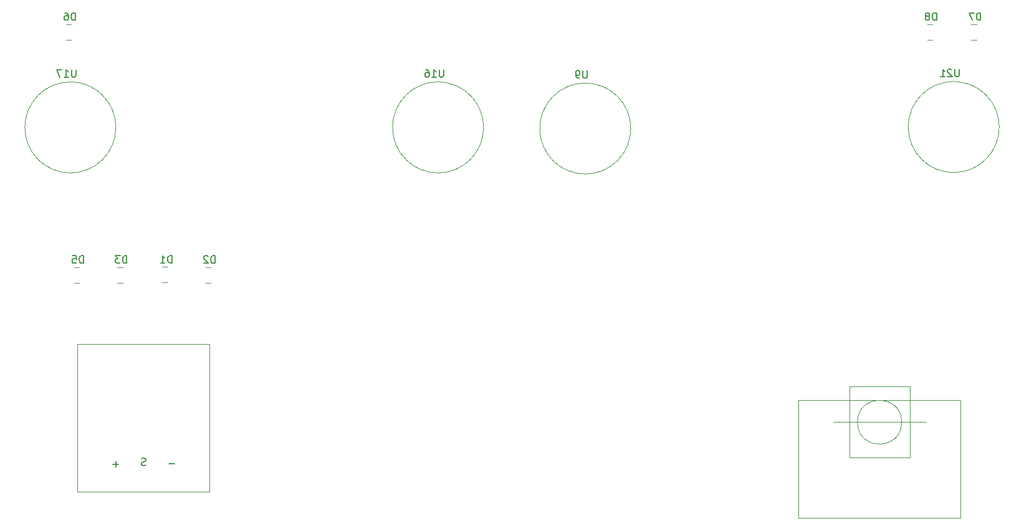
<source format=gbr>
G04 #@! TF.GenerationSoftware,KiCad,Pcbnew,5.1.5-52549c5~84~ubuntu19.04.1*
G04 #@! TF.CreationDate,2020-01-25T14:44:11+01:00*
G04 #@! TF.ProjectId,upuaut_2Nils,75707561-7574-45f3-924e-696c732e6b69,rev?*
G04 #@! TF.SameCoordinates,Original*
G04 #@! TF.FileFunction,Legend,Bot*
G04 #@! TF.FilePolarity,Positive*
%FSLAX46Y46*%
G04 Gerber Fmt 4.6, Leading zero omitted, Abs format (unit mm)*
G04 Created by KiCad (PCBNEW 5.1.5-52549c5~84~ubuntu19.04.1) date 2020-01-25 14:44:11*
%MOMM*%
%LPD*%
G04 APERTURE LIST*
%ADD10C,0.120000*%
%ADD11C,0.150000*%
G04 APERTURE END LIST*
D10*
X200275000Y-123575000D02*
X200275000Y-113925000D01*
X192075000Y-123575000D02*
X200275000Y-123575000D01*
X192075000Y-113925000D02*
X192075000Y-123575000D01*
X200275000Y-113925000D02*
X192075000Y-113925000D01*
X199175000Y-118775000D02*
G75*
G03X199175000Y-118775000I-3000000J0D01*
G01*
X202475000Y-118775000D02*
X189875000Y-118775000D01*
X185175000Y-115775000D02*
X207175000Y-115775000D01*
X185175000Y-131775000D02*
X185175000Y-115775000D01*
X207175000Y-131775000D02*
X185175000Y-131775000D01*
X207175000Y-115775000D02*
X207175000Y-131775000D01*
X87175000Y-108125000D02*
X105175000Y-108125000D01*
X105175000Y-108125000D02*
X105175000Y-128181000D01*
X87175000Y-108125000D02*
X87175000Y-128181000D01*
X87175000Y-128181000D02*
X105175000Y-128181000D01*
X105345000Y-99835000D02*
X104614000Y-99835000D01*
X105345000Y-97715000D02*
X104614000Y-97715000D01*
X99470000Y-97690000D02*
X98739000Y-97690000D01*
X99470000Y-99810000D02*
X98739000Y-99810000D01*
X93370000Y-99835000D02*
X92639000Y-99835000D01*
X93370000Y-97715000D02*
X92639000Y-97715000D01*
X87470000Y-97715000D02*
X86739000Y-97715000D01*
X87470000Y-99835000D02*
X86739000Y-99835000D01*
X86370000Y-66835000D02*
X85639000Y-66835000D01*
X86370000Y-64715000D02*
X85639000Y-64715000D01*
X209360000Y-64715000D02*
X208629000Y-64715000D01*
X209360000Y-66835000D02*
X208629000Y-66835000D01*
X203370000Y-66835000D02*
X202639000Y-66835000D01*
X203370000Y-64715000D02*
X202639000Y-64715000D01*
X162385467Y-78875000D02*
G75*
G03X162385467Y-78875000I-6185467J0D01*
G01*
X142385467Y-78725000D02*
G75*
G03X142385467Y-78725000I-6185467J0D01*
G01*
X92435467Y-78725000D02*
G75*
G03X92435467Y-78725000I-6185467J0D01*
G01*
X212435467Y-78675000D02*
G75*
G03X212435467Y-78675000I-6185467J0D01*
G01*
D11*
X100395952Y-124442428D02*
X99634047Y-124442428D01*
X96470714Y-124615761D02*
X96327857Y-124663380D01*
X96089761Y-124663380D01*
X95994523Y-124615761D01*
X95946904Y-124568142D01*
X95899285Y-124472904D01*
X95899285Y-124377666D01*
X95946904Y-124282428D01*
X95994523Y-124234809D01*
X96089761Y-124187190D01*
X96280238Y-124139571D01*
X96375476Y-124091952D01*
X96423095Y-124044333D01*
X96470714Y-123949095D01*
X96470714Y-123853857D01*
X96423095Y-123758619D01*
X96375476Y-123711000D01*
X96280238Y-123663380D01*
X96042142Y-123663380D01*
X95899285Y-123711000D01*
X92785952Y-124462428D02*
X92024047Y-124462428D01*
X92405000Y-124843380D02*
X92405000Y-124081476D01*
X105893095Y-97167380D02*
X105893095Y-96167380D01*
X105655000Y-96167380D01*
X105512142Y-96215000D01*
X105416904Y-96310238D01*
X105369285Y-96405476D01*
X105321666Y-96595952D01*
X105321666Y-96738809D01*
X105369285Y-96929285D01*
X105416904Y-97024523D01*
X105512142Y-97119761D01*
X105655000Y-97167380D01*
X105893095Y-97167380D01*
X104940714Y-96262619D02*
X104893095Y-96215000D01*
X104797857Y-96167380D01*
X104559761Y-96167380D01*
X104464523Y-96215000D01*
X104416904Y-96262619D01*
X104369285Y-96357857D01*
X104369285Y-96453095D01*
X104416904Y-96595952D01*
X104988333Y-97167380D01*
X104369285Y-97167380D01*
X100018095Y-97142380D02*
X100018095Y-96142380D01*
X99780000Y-96142380D01*
X99637142Y-96190000D01*
X99541904Y-96285238D01*
X99494285Y-96380476D01*
X99446666Y-96570952D01*
X99446666Y-96713809D01*
X99494285Y-96904285D01*
X99541904Y-96999523D01*
X99637142Y-97094761D01*
X99780000Y-97142380D01*
X100018095Y-97142380D01*
X98494285Y-97142380D02*
X99065714Y-97142380D01*
X98780000Y-97142380D02*
X98780000Y-96142380D01*
X98875238Y-96285238D01*
X98970476Y-96380476D01*
X99065714Y-96428095D01*
X93918095Y-97167380D02*
X93918095Y-96167380D01*
X93680000Y-96167380D01*
X93537142Y-96215000D01*
X93441904Y-96310238D01*
X93394285Y-96405476D01*
X93346666Y-96595952D01*
X93346666Y-96738809D01*
X93394285Y-96929285D01*
X93441904Y-97024523D01*
X93537142Y-97119761D01*
X93680000Y-97167380D01*
X93918095Y-97167380D01*
X93013333Y-96167380D02*
X92394285Y-96167380D01*
X92727619Y-96548333D01*
X92584761Y-96548333D01*
X92489523Y-96595952D01*
X92441904Y-96643571D01*
X92394285Y-96738809D01*
X92394285Y-96976904D01*
X92441904Y-97072142D01*
X92489523Y-97119761D01*
X92584761Y-97167380D01*
X92870476Y-97167380D01*
X92965714Y-97119761D01*
X93013333Y-97072142D01*
X88018095Y-97167380D02*
X88018095Y-96167380D01*
X87780000Y-96167380D01*
X87637142Y-96215000D01*
X87541904Y-96310238D01*
X87494285Y-96405476D01*
X87446666Y-96595952D01*
X87446666Y-96738809D01*
X87494285Y-96929285D01*
X87541904Y-97024523D01*
X87637142Y-97119761D01*
X87780000Y-97167380D01*
X88018095Y-97167380D01*
X86541904Y-96167380D02*
X87018095Y-96167380D01*
X87065714Y-96643571D01*
X87018095Y-96595952D01*
X86922857Y-96548333D01*
X86684761Y-96548333D01*
X86589523Y-96595952D01*
X86541904Y-96643571D01*
X86494285Y-96738809D01*
X86494285Y-96976904D01*
X86541904Y-97072142D01*
X86589523Y-97119761D01*
X86684761Y-97167380D01*
X86922857Y-97167380D01*
X87018095Y-97119761D01*
X87065714Y-97072142D01*
X86918095Y-64167380D02*
X86918095Y-63167380D01*
X86680000Y-63167380D01*
X86537142Y-63215000D01*
X86441904Y-63310238D01*
X86394285Y-63405476D01*
X86346666Y-63595952D01*
X86346666Y-63738809D01*
X86394285Y-63929285D01*
X86441904Y-64024523D01*
X86537142Y-64119761D01*
X86680000Y-64167380D01*
X86918095Y-64167380D01*
X85489523Y-63167380D02*
X85680000Y-63167380D01*
X85775238Y-63215000D01*
X85822857Y-63262619D01*
X85918095Y-63405476D01*
X85965714Y-63595952D01*
X85965714Y-63976904D01*
X85918095Y-64072142D01*
X85870476Y-64119761D01*
X85775238Y-64167380D01*
X85584761Y-64167380D01*
X85489523Y-64119761D01*
X85441904Y-64072142D01*
X85394285Y-63976904D01*
X85394285Y-63738809D01*
X85441904Y-63643571D01*
X85489523Y-63595952D01*
X85584761Y-63548333D01*
X85775238Y-63548333D01*
X85870476Y-63595952D01*
X85918095Y-63643571D01*
X85965714Y-63738809D01*
X209908095Y-64167380D02*
X209908095Y-63167380D01*
X209670000Y-63167380D01*
X209527142Y-63215000D01*
X209431904Y-63310238D01*
X209384285Y-63405476D01*
X209336666Y-63595952D01*
X209336666Y-63738809D01*
X209384285Y-63929285D01*
X209431904Y-64024523D01*
X209527142Y-64119761D01*
X209670000Y-64167380D01*
X209908095Y-64167380D01*
X209003333Y-63167380D02*
X208336666Y-63167380D01*
X208765238Y-64167380D01*
X203918095Y-64167380D02*
X203918095Y-63167380D01*
X203680000Y-63167380D01*
X203537142Y-63215000D01*
X203441904Y-63310238D01*
X203394285Y-63405476D01*
X203346666Y-63595952D01*
X203346666Y-63738809D01*
X203394285Y-63929285D01*
X203441904Y-64024523D01*
X203537142Y-64119761D01*
X203680000Y-64167380D01*
X203918095Y-64167380D01*
X202775238Y-63595952D02*
X202870476Y-63548333D01*
X202918095Y-63500714D01*
X202965714Y-63405476D01*
X202965714Y-63357857D01*
X202918095Y-63262619D01*
X202870476Y-63215000D01*
X202775238Y-63167380D01*
X202584761Y-63167380D01*
X202489523Y-63215000D01*
X202441904Y-63262619D01*
X202394285Y-63357857D01*
X202394285Y-63405476D01*
X202441904Y-63500714D01*
X202489523Y-63548333D01*
X202584761Y-63595952D01*
X202775238Y-63595952D01*
X202870476Y-63643571D01*
X202918095Y-63691190D01*
X202965714Y-63786428D01*
X202965714Y-63976904D01*
X202918095Y-64072142D01*
X202870476Y-64119761D01*
X202775238Y-64167380D01*
X202584761Y-64167380D01*
X202489523Y-64119761D01*
X202441904Y-64072142D01*
X202394285Y-63976904D01*
X202394285Y-63786428D01*
X202441904Y-63691190D01*
X202489523Y-63643571D01*
X202584761Y-63595952D01*
X156461904Y-71027380D02*
X156461904Y-71836904D01*
X156414285Y-71932142D01*
X156366666Y-71979761D01*
X156271428Y-72027380D01*
X156080952Y-72027380D01*
X155985714Y-71979761D01*
X155938095Y-71932142D01*
X155890476Y-71836904D01*
X155890476Y-71027380D01*
X155366666Y-72027380D02*
X155176190Y-72027380D01*
X155080952Y-71979761D01*
X155033333Y-71932142D01*
X154938095Y-71789285D01*
X154890476Y-71598809D01*
X154890476Y-71217857D01*
X154938095Y-71122619D01*
X154985714Y-71075000D01*
X155080952Y-71027380D01*
X155271428Y-71027380D01*
X155366666Y-71075000D01*
X155414285Y-71122619D01*
X155461904Y-71217857D01*
X155461904Y-71455952D01*
X155414285Y-71551190D01*
X155366666Y-71598809D01*
X155271428Y-71646428D01*
X155080952Y-71646428D01*
X154985714Y-71598809D01*
X154938095Y-71551190D01*
X154890476Y-71455952D01*
X136938095Y-70877380D02*
X136938095Y-71686904D01*
X136890476Y-71782142D01*
X136842857Y-71829761D01*
X136747619Y-71877380D01*
X136557142Y-71877380D01*
X136461904Y-71829761D01*
X136414285Y-71782142D01*
X136366666Y-71686904D01*
X136366666Y-70877380D01*
X135366666Y-71877380D02*
X135938095Y-71877380D01*
X135652380Y-71877380D02*
X135652380Y-70877380D01*
X135747619Y-71020238D01*
X135842857Y-71115476D01*
X135938095Y-71163095D01*
X134509523Y-70877380D02*
X134700000Y-70877380D01*
X134795238Y-70925000D01*
X134842857Y-70972619D01*
X134938095Y-71115476D01*
X134985714Y-71305952D01*
X134985714Y-71686904D01*
X134938095Y-71782142D01*
X134890476Y-71829761D01*
X134795238Y-71877380D01*
X134604761Y-71877380D01*
X134509523Y-71829761D01*
X134461904Y-71782142D01*
X134414285Y-71686904D01*
X134414285Y-71448809D01*
X134461904Y-71353571D01*
X134509523Y-71305952D01*
X134604761Y-71258333D01*
X134795238Y-71258333D01*
X134890476Y-71305952D01*
X134938095Y-71353571D01*
X134985714Y-71448809D01*
X86988095Y-70877380D02*
X86988095Y-71686904D01*
X86940476Y-71782142D01*
X86892857Y-71829761D01*
X86797619Y-71877380D01*
X86607142Y-71877380D01*
X86511904Y-71829761D01*
X86464285Y-71782142D01*
X86416666Y-71686904D01*
X86416666Y-70877380D01*
X85416666Y-71877380D02*
X85988095Y-71877380D01*
X85702380Y-71877380D02*
X85702380Y-70877380D01*
X85797619Y-71020238D01*
X85892857Y-71115476D01*
X85988095Y-71163095D01*
X85083333Y-70877380D02*
X84416666Y-70877380D01*
X84845238Y-71877380D01*
X206988095Y-70827380D02*
X206988095Y-71636904D01*
X206940476Y-71732142D01*
X206892857Y-71779761D01*
X206797619Y-71827380D01*
X206607142Y-71827380D01*
X206511904Y-71779761D01*
X206464285Y-71732142D01*
X206416666Y-71636904D01*
X206416666Y-70827380D01*
X205988095Y-70922619D02*
X205940476Y-70875000D01*
X205845238Y-70827380D01*
X205607142Y-70827380D01*
X205511904Y-70875000D01*
X205464285Y-70922619D01*
X205416666Y-71017857D01*
X205416666Y-71113095D01*
X205464285Y-71255952D01*
X206035714Y-71827380D01*
X205416666Y-71827380D01*
X204464285Y-71827380D02*
X205035714Y-71827380D01*
X204750000Y-71827380D02*
X204750000Y-70827380D01*
X204845238Y-70970238D01*
X204940476Y-71065476D01*
X205035714Y-71113095D01*
M02*

</source>
